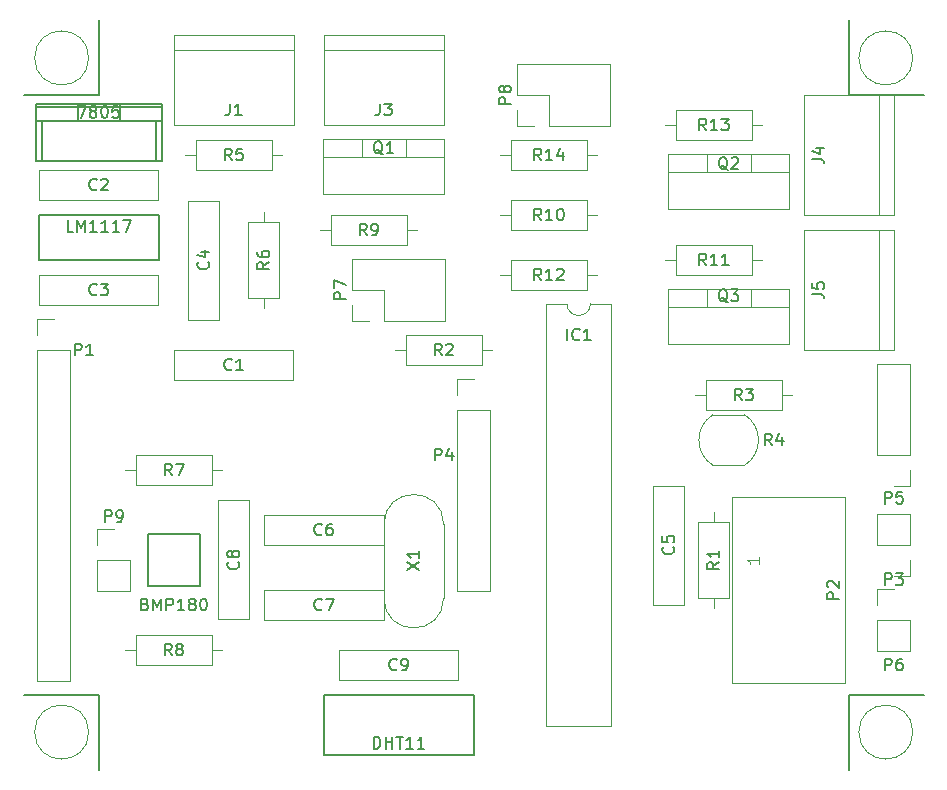
<source format=gbr>
G04 #@! TF.FileFunction,Legend,Top*
%FSLAX46Y46*%
G04 Gerber Fmt 4.6, Leading zero omitted, Abs format (unit mm)*
G04 Created by KiCad (PCBNEW 4.0.5) date 03/10/17 11:38:03*
%MOMM*%
%LPD*%
G01*
G04 APERTURE LIST*
%ADD10C,0.100000*%
%ADD11C,0.200000*%
%ADD12C,0.120000*%
%ADD13C,0.150000*%
G04 APERTURE END LIST*
D10*
D11*
X144780000Y-144780000D02*
X138430000Y-144780000D01*
X144780000Y-151130000D02*
X144780000Y-144780000D01*
X208280000Y-144780000D02*
X214630000Y-144780000D01*
X208280000Y-151130000D02*
X208280000Y-144780000D01*
X208280000Y-93980000D02*
X208280000Y-87630000D01*
X214630000Y-93980000D02*
X208280000Y-93980000D01*
X144780000Y-93980000D02*
X144780000Y-87630000D01*
X138430000Y-93980000D02*
X144780000Y-93980000D01*
D12*
X151110000Y-115530000D02*
X161230000Y-115530000D01*
X151110000Y-118150000D02*
X161230000Y-118150000D01*
X151110000Y-115530000D02*
X151110000Y-118150000D01*
X161230000Y-115530000D02*
X161230000Y-118150000D01*
X139680000Y-100290000D02*
X149800000Y-100290000D01*
X139680000Y-102910000D02*
X149800000Y-102910000D01*
X139680000Y-100290000D02*
X139680000Y-102910000D01*
X149800000Y-100290000D02*
X149800000Y-102910000D01*
X139680000Y-109180000D02*
X149800000Y-109180000D01*
X139680000Y-111800000D02*
X149800000Y-111800000D01*
X139680000Y-109180000D02*
X139680000Y-111800000D01*
X149800000Y-109180000D02*
X149800000Y-111800000D01*
X152360000Y-113050000D02*
X152360000Y-102930000D01*
X154980000Y-113050000D02*
X154980000Y-102930000D01*
X152360000Y-113050000D02*
X154980000Y-113050000D01*
X152360000Y-102930000D02*
X154980000Y-102930000D01*
X191730000Y-137180000D02*
X191730000Y-127060000D01*
X194350000Y-137180000D02*
X194350000Y-127060000D01*
X191730000Y-137180000D02*
X194350000Y-137180000D01*
X191730000Y-127060000D02*
X194350000Y-127060000D01*
X168930000Y-132120000D02*
X158810000Y-132120000D01*
X168930000Y-129500000D02*
X158810000Y-129500000D01*
X168930000Y-132120000D02*
X168930000Y-129500000D01*
X158810000Y-132120000D02*
X158810000Y-129500000D01*
X168930000Y-138470000D02*
X158810000Y-138470000D01*
X168930000Y-135850000D02*
X158810000Y-135850000D01*
X168930000Y-138470000D02*
X168930000Y-135850000D01*
X158810000Y-138470000D02*
X158810000Y-135850000D01*
X157520000Y-128250000D02*
X157520000Y-138370000D01*
X154900000Y-128250000D02*
X154900000Y-138370000D01*
X157520000Y-128250000D02*
X154900000Y-128250000D01*
X157520000Y-138370000D02*
X154900000Y-138370000D01*
X165080000Y-140930000D02*
X175200000Y-140930000D01*
X165080000Y-143550000D02*
X175200000Y-143550000D01*
X165080000Y-140930000D02*
X165080000Y-143550000D01*
X175200000Y-140930000D02*
X175200000Y-143550000D01*
X186420000Y-111640000D02*
G75*
G02X184420000Y-111640000I-1000000J0D01*
G01*
X184420000Y-111640000D02*
X182650000Y-111640000D01*
X182650000Y-111640000D02*
X182650000Y-147440000D01*
X182650000Y-147440000D02*
X188190000Y-147440000D01*
X188190000Y-147440000D02*
X188190000Y-111640000D01*
X188190000Y-111640000D02*
X186420000Y-111640000D01*
X151130000Y-90170000D02*
X161290000Y-90170000D01*
X151130000Y-88900000D02*
X151130000Y-96520000D01*
X151130000Y-96520000D02*
X161290000Y-96520000D01*
X161290000Y-96520000D02*
X161290000Y-88900000D01*
X161290000Y-88900000D02*
X151130000Y-88900000D01*
X163830000Y-90170000D02*
X173990000Y-90170000D01*
X163830000Y-88900000D02*
X163830000Y-96520000D01*
X163830000Y-96520000D02*
X173990000Y-96520000D01*
X173990000Y-96520000D02*
X173990000Y-88900000D01*
X173990000Y-88900000D02*
X163830000Y-88900000D01*
X210820000Y-93980000D02*
X210820000Y-104140000D01*
X212090000Y-93980000D02*
X204470000Y-93980000D01*
X204470000Y-93980000D02*
X204470000Y-104140000D01*
X204470000Y-104140000D02*
X212090000Y-104140000D01*
X212090000Y-104140000D02*
X212090000Y-93980000D01*
X210820000Y-105410000D02*
X210820000Y-115570000D01*
X212090000Y-105410000D02*
X204470000Y-105410000D01*
X204470000Y-105410000D02*
X204470000Y-115570000D01*
X204470000Y-115570000D02*
X212090000Y-115570000D01*
X212090000Y-115570000D02*
X212090000Y-105410000D01*
X139580000Y-115570000D02*
X139580000Y-143630000D01*
X139580000Y-143630000D02*
X142360000Y-143630000D01*
X142360000Y-143630000D02*
X142360000Y-115570000D01*
X142360000Y-115570000D02*
X139580000Y-115570000D01*
X139580000Y-114300000D02*
X139580000Y-112910000D01*
X139580000Y-112910000D02*
X140970000Y-112910000D01*
X208000000Y-128020000D02*
X208000000Y-143760000D01*
X208000000Y-143760000D02*
X198400000Y-143760000D01*
X198400000Y-143760000D02*
X198400000Y-128020000D01*
X198400000Y-128020000D02*
X208000000Y-128020000D01*
X210700000Y-138430000D02*
X210700000Y-141090000D01*
X210700000Y-141090000D02*
X213480000Y-141090000D01*
X213480000Y-141090000D02*
X213480000Y-138430000D01*
X213480000Y-138430000D02*
X210700000Y-138430000D01*
X210700000Y-137160000D02*
X210700000Y-135770000D01*
X210700000Y-135770000D02*
X212090000Y-135770000D01*
X175140000Y-120650000D02*
X175140000Y-136010000D01*
X175140000Y-136010000D02*
X177920000Y-136010000D01*
X177920000Y-136010000D02*
X177920000Y-120650000D01*
X177920000Y-120650000D02*
X175140000Y-120650000D01*
X175140000Y-119380000D02*
X175140000Y-117990000D01*
X175140000Y-117990000D02*
X176530000Y-117990000D01*
X213480000Y-124460000D02*
X213480000Y-116720000D01*
X213480000Y-116720000D02*
X210700000Y-116720000D01*
X210700000Y-116720000D02*
X210700000Y-124460000D01*
X210700000Y-124460000D02*
X213480000Y-124460000D01*
X213480000Y-125730000D02*
X213480000Y-127120000D01*
X213480000Y-127120000D02*
X212090000Y-127120000D01*
X213480000Y-132080000D02*
X213480000Y-129420000D01*
X213480000Y-129420000D02*
X210700000Y-129420000D01*
X210700000Y-129420000D02*
X210700000Y-132080000D01*
X210700000Y-132080000D02*
X213480000Y-132080000D01*
X213480000Y-133350000D02*
X213480000Y-134740000D01*
X213480000Y-134740000D02*
X212090000Y-134740000D01*
X168910000Y-113150000D02*
X174110000Y-113150000D01*
X174110000Y-113150000D02*
X174110000Y-107830000D01*
X174110000Y-107830000D02*
X166250000Y-107830000D01*
X166250000Y-107830000D02*
X166250000Y-110490000D01*
X166250000Y-110490000D02*
X168910000Y-110490000D01*
X168910000Y-110490000D02*
X168910000Y-113150000D01*
X167640000Y-113150000D02*
X166250000Y-113150000D01*
X166250000Y-113150000D02*
X166250000Y-111760000D01*
X182880000Y-96640000D02*
X188080000Y-96640000D01*
X188080000Y-96640000D02*
X188080000Y-91320000D01*
X188080000Y-91320000D02*
X180220000Y-91320000D01*
X180220000Y-91320000D02*
X180220000Y-93980000D01*
X180220000Y-93980000D02*
X182880000Y-93980000D01*
X182880000Y-93980000D02*
X182880000Y-96640000D01*
X181610000Y-96640000D02*
X180220000Y-96640000D01*
X180220000Y-96640000D02*
X180220000Y-95250000D01*
X144660000Y-133350000D02*
X144660000Y-136010000D01*
X144660000Y-136010000D02*
X147440000Y-136010000D01*
X147440000Y-136010000D02*
X147440000Y-133350000D01*
X147440000Y-133350000D02*
X144660000Y-133350000D01*
X144660000Y-132080000D02*
X144660000Y-130690000D01*
X144660000Y-130690000D02*
X146050000Y-130690000D01*
X163790000Y-97710000D02*
X174030000Y-97710000D01*
X163790000Y-102351000D02*
X174030000Y-102351000D01*
X163790000Y-97710000D02*
X163790000Y-102351000D01*
X174030000Y-97710000D02*
X174030000Y-102351000D01*
X163790000Y-99220000D02*
X174030000Y-99220000D01*
X167060000Y-97710000D02*
X167060000Y-99220000D01*
X170761000Y-97710000D02*
X170761000Y-99220000D01*
X193000000Y-98980000D02*
X203240000Y-98980000D01*
X193000000Y-103621000D02*
X203240000Y-103621000D01*
X193000000Y-98980000D02*
X193000000Y-103621000D01*
X203240000Y-98980000D02*
X203240000Y-103621000D01*
X193000000Y-100490000D02*
X203240000Y-100490000D01*
X196270000Y-98980000D02*
X196270000Y-100490000D01*
X199971000Y-98980000D02*
X199971000Y-100490000D01*
X193000000Y-110410000D02*
X203240000Y-110410000D01*
X193000000Y-115051000D02*
X203240000Y-115051000D01*
X193000000Y-110410000D02*
X193000000Y-115051000D01*
X203240000Y-110410000D02*
X203240000Y-115051000D01*
X193000000Y-111920000D02*
X203240000Y-111920000D01*
X196270000Y-110410000D02*
X196270000Y-111920000D01*
X199971000Y-110410000D02*
X199971000Y-111920000D01*
X195540000Y-136560000D02*
X198160000Y-136560000D01*
X198160000Y-136560000D02*
X198160000Y-130140000D01*
X198160000Y-130140000D02*
X195540000Y-130140000D01*
X195540000Y-130140000D02*
X195540000Y-136560000D01*
X196850000Y-137450000D02*
X196850000Y-136560000D01*
X196850000Y-129250000D02*
X196850000Y-130140000D01*
X170780000Y-114260000D02*
X170780000Y-116880000D01*
X170780000Y-116880000D02*
X177200000Y-116880000D01*
X177200000Y-116880000D02*
X177200000Y-114260000D01*
X177200000Y-114260000D02*
X170780000Y-114260000D01*
X169890000Y-115570000D02*
X170780000Y-115570000D01*
X178090000Y-115570000D02*
X177200000Y-115570000D01*
X196180000Y-118070000D02*
X196180000Y-120690000D01*
X196180000Y-120690000D02*
X202600000Y-120690000D01*
X202600000Y-120690000D02*
X202600000Y-118070000D01*
X202600000Y-118070000D02*
X196180000Y-118070000D01*
X195290000Y-119380000D02*
X196180000Y-119380000D01*
X203490000Y-119380000D02*
X202600000Y-119380000D01*
X196800000Y-125340000D02*
X199450000Y-125340000D01*
X196800000Y-121040000D02*
X199450000Y-121040000D01*
X196774524Y-121055612D02*
G75*
G03X196800000Y-125340000I1325476J-2134388D01*
G01*
X199478027Y-125322144D02*
G75*
G03X199450000Y-121040000I-1378027J2132144D01*
G01*
X153000000Y-97750000D02*
X153000000Y-100370000D01*
X153000000Y-100370000D02*
X159420000Y-100370000D01*
X159420000Y-100370000D02*
X159420000Y-97750000D01*
X159420000Y-97750000D02*
X153000000Y-97750000D01*
X152110000Y-99060000D02*
X153000000Y-99060000D01*
X160310000Y-99060000D02*
X159420000Y-99060000D01*
X160060000Y-104740000D02*
X157440000Y-104740000D01*
X157440000Y-104740000D02*
X157440000Y-111160000D01*
X157440000Y-111160000D02*
X160060000Y-111160000D01*
X160060000Y-111160000D02*
X160060000Y-104740000D01*
X158750000Y-103850000D02*
X158750000Y-104740000D01*
X158750000Y-112050000D02*
X158750000Y-111160000D01*
X147920000Y-124420000D02*
X147920000Y-127040000D01*
X147920000Y-127040000D02*
X154340000Y-127040000D01*
X154340000Y-127040000D02*
X154340000Y-124420000D01*
X154340000Y-124420000D02*
X147920000Y-124420000D01*
X147030000Y-125730000D02*
X147920000Y-125730000D01*
X155230000Y-125730000D02*
X154340000Y-125730000D01*
X147920000Y-139660000D02*
X147920000Y-142280000D01*
X147920000Y-142280000D02*
X154340000Y-142280000D01*
X154340000Y-142280000D02*
X154340000Y-139660000D01*
X154340000Y-139660000D02*
X147920000Y-139660000D01*
X147030000Y-140970000D02*
X147920000Y-140970000D01*
X155230000Y-140970000D02*
X154340000Y-140970000D01*
X164430000Y-104100000D02*
X164430000Y-106720000D01*
X164430000Y-106720000D02*
X170850000Y-106720000D01*
X170850000Y-106720000D02*
X170850000Y-104100000D01*
X170850000Y-104100000D02*
X164430000Y-104100000D01*
X163540000Y-105410000D02*
X164430000Y-105410000D01*
X171740000Y-105410000D02*
X170850000Y-105410000D01*
X179670000Y-102830000D02*
X179670000Y-105450000D01*
X179670000Y-105450000D02*
X186090000Y-105450000D01*
X186090000Y-105450000D02*
X186090000Y-102830000D01*
X186090000Y-102830000D02*
X179670000Y-102830000D01*
X178780000Y-104140000D02*
X179670000Y-104140000D01*
X186980000Y-104140000D02*
X186090000Y-104140000D01*
X193640000Y-106640000D02*
X193640000Y-109260000D01*
X193640000Y-109260000D02*
X200060000Y-109260000D01*
X200060000Y-109260000D02*
X200060000Y-106640000D01*
X200060000Y-106640000D02*
X193640000Y-106640000D01*
X192750000Y-107950000D02*
X193640000Y-107950000D01*
X200950000Y-107950000D02*
X200060000Y-107950000D01*
X186090000Y-110530000D02*
X186090000Y-107910000D01*
X186090000Y-107910000D02*
X179670000Y-107910000D01*
X179670000Y-107910000D02*
X179670000Y-110530000D01*
X179670000Y-110530000D02*
X186090000Y-110530000D01*
X186980000Y-109220000D02*
X186090000Y-109220000D01*
X178780000Y-109220000D02*
X179670000Y-109220000D01*
X193640000Y-95210000D02*
X193640000Y-97830000D01*
X193640000Y-97830000D02*
X200060000Y-97830000D01*
X200060000Y-97830000D02*
X200060000Y-95210000D01*
X200060000Y-95210000D02*
X193640000Y-95210000D01*
X192750000Y-96520000D02*
X193640000Y-96520000D01*
X200950000Y-96520000D02*
X200060000Y-96520000D01*
X186090000Y-100370000D02*
X186090000Y-97750000D01*
X186090000Y-97750000D02*
X179670000Y-97750000D01*
X179670000Y-97750000D02*
X179670000Y-100370000D01*
X179670000Y-100370000D02*
X186090000Y-100370000D01*
X186980000Y-99060000D02*
X186090000Y-99060000D01*
X178780000Y-99060000D02*
X179670000Y-99060000D01*
D13*
X149860000Y-106680000D02*
X149860000Y-104140000D01*
X149860000Y-104140000D02*
X139700000Y-104140000D01*
X139700000Y-104140000D02*
X139700000Y-106680000D01*
X139700000Y-106680000D02*
X139700000Y-107950000D01*
X139700000Y-107950000D02*
X149860000Y-107950000D01*
X149860000Y-107950000D02*
X149860000Y-106680000D01*
X149606000Y-96139000D02*
X149606000Y-99568000D01*
X139954000Y-96139000D02*
X139954000Y-99568000D01*
X150114000Y-94996000D02*
X139446000Y-94996000D01*
X146558000Y-96012000D02*
X146558000Y-94742000D01*
X143002000Y-96012000D02*
X143002000Y-94742000D01*
X139446000Y-96139000D02*
X150114000Y-96139000D01*
X150114000Y-99568000D02*
X139446000Y-99568000D01*
X139446000Y-94742000D02*
X139446000Y-99568000D01*
X150114000Y-94742000D02*
X150114000Y-99568000D01*
X150114000Y-94742000D02*
X139446000Y-94742000D01*
X163830000Y-144780000D02*
X176530000Y-144780000D01*
X176530000Y-144780000D02*
X176530000Y-149860000D01*
X176530000Y-149860000D02*
X163830000Y-149860000D01*
X163830000Y-149860000D02*
X163830000Y-144780000D01*
D12*
X173975000Y-136575000D02*
G75*
G02X168925000Y-136575000I-2525000J0D01*
G01*
X173975000Y-130325000D02*
G75*
G03X168925000Y-130325000I-2525000J0D01*
G01*
X168925000Y-136575000D02*
X168925000Y-130325000D01*
X173975000Y-136575000D02*
X173975000Y-130325000D01*
D13*
X148930000Y-131150000D02*
X153330000Y-131150000D01*
X153330000Y-131150000D02*
X153330000Y-135550000D01*
X153330000Y-135550000D02*
X148930000Y-135550000D01*
X148930000Y-135550000D02*
X148930000Y-131150000D01*
D12*
X143926000Y-90840000D02*
G75*
G03X143926000Y-90840000I-2286000J0D01*
G01*
X213706000Y-90840000D02*
G75*
G03X213706000Y-90840000I-2286000J0D01*
G01*
X143926000Y-147920000D02*
G75*
G03X143926000Y-147920000I-2286000J0D01*
G01*
X213706000Y-147920000D02*
G75*
G03X213706000Y-147920000I-2286000J0D01*
G01*
D13*
X156043334Y-117197143D02*
X155995715Y-117244762D01*
X155852858Y-117292381D01*
X155757620Y-117292381D01*
X155614762Y-117244762D01*
X155519524Y-117149524D01*
X155471905Y-117054286D01*
X155424286Y-116863810D01*
X155424286Y-116720952D01*
X155471905Y-116530476D01*
X155519524Y-116435238D01*
X155614762Y-116340000D01*
X155757620Y-116292381D01*
X155852858Y-116292381D01*
X155995715Y-116340000D01*
X156043334Y-116387619D01*
X156995715Y-117292381D02*
X156424286Y-117292381D01*
X156710000Y-117292381D02*
X156710000Y-116292381D01*
X156614762Y-116435238D01*
X156519524Y-116530476D01*
X156424286Y-116578095D01*
X144613334Y-101957143D02*
X144565715Y-102004762D01*
X144422858Y-102052381D01*
X144327620Y-102052381D01*
X144184762Y-102004762D01*
X144089524Y-101909524D01*
X144041905Y-101814286D01*
X143994286Y-101623810D01*
X143994286Y-101480952D01*
X144041905Y-101290476D01*
X144089524Y-101195238D01*
X144184762Y-101100000D01*
X144327620Y-101052381D01*
X144422858Y-101052381D01*
X144565715Y-101100000D01*
X144613334Y-101147619D01*
X144994286Y-101147619D02*
X145041905Y-101100000D01*
X145137143Y-101052381D01*
X145375239Y-101052381D01*
X145470477Y-101100000D01*
X145518096Y-101147619D01*
X145565715Y-101242857D01*
X145565715Y-101338095D01*
X145518096Y-101480952D01*
X144946667Y-102052381D01*
X145565715Y-102052381D01*
X144613334Y-110847143D02*
X144565715Y-110894762D01*
X144422858Y-110942381D01*
X144327620Y-110942381D01*
X144184762Y-110894762D01*
X144089524Y-110799524D01*
X144041905Y-110704286D01*
X143994286Y-110513810D01*
X143994286Y-110370952D01*
X144041905Y-110180476D01*
X144089524Y-110085238D01*
X144184762Y-109990000D01*
X144327620Y-109942381D01*
X144422858Y-109942381D01*
X144565715Y-109990000D01*
X144613334Y-110037619D01*
X144946667Y-109942381D02*
X145565715Y-109942381D01*
X145232381Y-110323333D01*
X145375239Y-110323333D01*
X145470477Y-110370952D01*
X145518096Y-110418571D01*
X145565715Y-110513810D01*
X145565715Y-110751905D01*
X145518096Y-110847143D01*
X145470477Y-110894762D01*
X145375239Y-110942381D01*
X145089524Y-110942381D01*
X144994286Y-110894762D01*
X144946667Y-110847143D01*
X154027143Y-108116666D02*
X154074762Y-108164285D01*
X154122381Y-108307142D01*
X154122381Y-108402380D01*
X154074762Y-108545238D01*
X153979524Y-108640476D01*
X153884286Y-108688095D01*
X153693810Y-108735714D01*
X153550952Y-108735714D01*
X153360476Y-108688095D01*
X153265238Y-108640476D01*
X153170000Y-108545238D01*
X153122381Y-108402380D01*
X153122381Y-108307142D01*
X153170000Y-108164285D01*
X153217619Y-108116666D01*
X153455714Y-107259523D02*
X154122381Y-107259523D01*
X153074762Y-107497619D02*
X153789048Y-107735714D01*
X153789048Y-107116666D01*
X193397143Y-132246666D02*
X193444762Y-132294285D01*
X193492381Y-132437142D01*
X193492381Y-132532380D01*
X193444762Y-132675238D01*
X193349524Y-132770476D01*
X193254286Y-132818095D01*
X193063810Y-132865714D01*
X192920952Y-132865714D01*
X192730476Y-132818095D01*
X192635238Y-132770476D01*
X192540000Y-132675238D01*
X192492381Y-132532380D01*
X192492381Y-132437142D01*
X192540000Y-132294285D01*
X192587619Y-132246666D01*
X192492381Y-131341904D02*
X192492381Y-131818095D01*
X192968571Y-131865714D01*
X192920952Y-131818095D01*
X192873333Y-131722857D01*
X192873333Y-131484761D01*
X192920952Y-131389523D01*
X192968571Y-131341904D01*
X193063810Y-131294285D01*
X193301905Y-131294285D01*
X193397143Y-131341904D01*
X193444762Y-131389523D01*
X193492381Y-131484761D01*
X193492381Y-131722857D01*
X193444762Y-131818095D01*
X193397143Y-131865714D01*
X163663334Y-131167143D02*
X163615715Y-131214762D01*
X163472858Y-131262381D01*
X163377620Y-131262381D01*
X163234762Y-131214762D01*
X163139524Y-131119524D01*
X163091905Y-131024286D01*
X163044286Y-130833810D01*
X163044286Y-130690952D01*
X163091905Y-130500476D01*
X163139524Y-130405238D01*
X163234762Y-130310000D01*
X163377620Y-130262381D01*
X163472858Y-130262381D01*
X163615715Y-130310000D01*
X163663334Y-130357619D01*
X164520477Y-130262381D02*
X164330000Y-130262381D01*
X164234762Y-130310000D01*
X164187143Y-130357619D01*
X164091905Y-130500476D01*
X164044286Y-130690952D01*
X164044286Y-131071905D01*
X164091905Y-131167143D01*
X164139524Y-131214762D01*
X164234762Y-131262381D01*
X164425239Y-131262381D01*
X164520477Y-131214762D01*
X164568096Y-131167143D01*
X164615715Y-131071905D01*
X164615715Y-130833810D01*
X164568096Y-130738571D01*
X164520477Y-130690952D01*
X164425239Y-130643333D01*
X164234762Y-130643333D01*
X164139524Y-130690952D01*
X164091905Y-130738571D01*
X164044286Y-130833810D01*
X163663334Y-137517143D02*
X163615715Y-137564762D01*
X163472858Y-137612381D01*
X163377620Y-137612381D01*
X163234762Y-137564762D01*
X163139524Y-137469524D01*
X163091905Y-137374286D01*
X163044286Y-137183810D01*
X163044286Y-137040952D01*
X163091905Y-136850476D01*
X163139524Y-136755238D01*
X163234762Y-136660000D01*
X163377620Y-136612381D01*
X163472858Y-136612381D01*
X163615715Y-136660000D01*
X163663334Y-136707619D01*
X163996667Y-136612381D02*
X164663334Y-136612381D01*
X164234762Y-137612381D01*
X156567143Y-133516666D02*
X156614762Y-133564285D01*
X156662381Y-133707142D01*
X156662381Y-133802380D01*
X156614762Y-133945238D01*
X156519524Y-134040476D01*
X156424286Y-134088095D01*
X156233810Y-134135714D01*
X156090952Y-134135714D01*
X155900476Y-134088095D01*
X155805238Y-134040476D01*
X155710000Y-133945238D01*
X155662381Y-133802380D01*
X155662381Y-133707142D01*
X155710000Y-133564285D01*
X155757619Y-133516666D01*
X156090952Y-132945238D02*
X156043333Y-133040476D01*
X155995714Y-133088095D01*
X155900476Y-133135714D01*
X155852857Y-133135714D01*
X155757619Y-133088095D01*
X155710000Y-133040476D01*
X155662381Y-132945238D01*
X155662381Y-132754761D01*
X155710000Y-132659523D01*
X155757619Y-132611904D01*
X155852857Y-132564285D01*
X155900476Y-132564285D01*
X155995714Y-132611904D01*
X156043333Y-132659523D01*
X156090952Y-132754761D01*
X156090952Y-132945238D01*
X156138571Y-133040476D01*
X156186190Y-133088095D01*
X156281429Y-133135714D01*
X156471905Y-133135714D01*
X156567143Y-133088095D01*
X156614762Y-133040476D01*
X156662381Y-132945238D01*
X156662381Y-132754761D01*
X156614762Y-132659523D01*
X156567143Y-132611904D01*
X156471905Y-132564285D01*
X156281429Y-132564285D01*
X156186190Y-132611904D01*
X156138571Y-132659523D01*
X156090952Y-132754761D01*
X170013334Y-142597143D02*
X169965715Y-142644762D01*
X169822858Y-142692381D01*
X169727620Y-142692381D01*
X169584762Y-142644762D01*
X169489524Y-142549524D01*
X169441905Y-142454286D01*
X169394286Y-142263810D01*
X169394286Y-142120952D01*
X169441905Y-141930476D01*
X169489524Y-141835238D01*
X169584762Y-141740000D01*
X169727620Y-141692381D01*
X169822858Y-141692381D01*
X169965715Y-141740000D01*
X170013334Y-141787619D01*
X170489524Y-142692381D02*
X170680000Y-142692381D01*
X170775239Y-142644762D01*
X170822858Y-142597143D01*
X170918096Y-142454286D01*
X170965715Y-142263810D01*
X170965715Y-141882857D01*
X170918096Y-141787619D01*
X170870477Y-141740000D01*
X170775239Y-141692381D01*
X170584762Y-141692381D01*
X170489524Y-141740000D01*
X170441905Y-141787619D01*
X170394286Y-141882857D01*
X170394286Y-142120952D01*
X170441905Y-142216190D01*
X170489524Y-142263810D01*
X170584762Y-142311429D01*
X170775239Y-142311429D01*
X170870477Y-142263810D01*
X170918096Y-142216190D01*
X170965715Y-142120952D01*
X184443810Y-114752381D02*
X184443810Y-113752381D01*
X185491429Y-114657143D02*
X185443810Y-114704762D01*
X185300953Y-114752381D01*
X185205715Y-114752381D01*
X185062857Y-114704762D01*
X184967619Y-114609524D01*
X184920000Y-114514286D01*
X184872381Y-114323810D01*
X184872381Y-114180952D01*
X184920000Y-113990476D01*
X184967619Y-113895238D01*
X185062857Y-113800000D01*
X185205715Y-113752381D01*
X185300953Y-113752381D01*
X185443810Y-113800000D01*
X185491429Y-113847619D01*
X186443810Y-114752381D02*
X185872381Y-114752381D01*
X186158095Y-114752381D02*
X186158095Y-113752381D01*
X186062857Y-113895238D01*
X185967619Y-113990476D01*
X185872381Y-114038095D01*
X155876667Y-94702381D02*
X155876667Y-95416667D01*
X155829047Y-95559524D01*
X155733809Y-95654762D01*
X155590952Y-95702381D01*
X155495714Y-95702381D01*
X156876667Y-95702381D02*
X156305238Y-95702381D01*
X156590952Y-95702381D02*
X156590952Y-94702381D01*
X156495714Y-94845238D01*
X156400476Y-94940476D01*
X156305238Y-94988095D01*
X168576667Y-94702381D02*
X168576667Y-95416667D01*
X168529047Y-95559524D01*
X168433809Y-95654762D01*
X168290952Y-95702381D01*
X168195714Y-95702381D01*
X168957619Y-94702381D02*
X169576667Y-94702381D01*
X169243333Y-95083333D01*
X169386191Y-95083333D01*
X169481429Y-95130952D01*
X169529048Y-95178571D01*
X169576667Y-95273810D01*
X169576667Y-95511905D01*
X169529048Y-95607143D01*
X169481429Y-95654762D01*
X169386191Y-95702381D01*
X169100476Y-95702381D01*
X169005238Y-95654762D01*
X168957619Y-95607143D01*
X205192381Y-99393333D02*
X205906667Y-99393333D01*
X206049524Y-99440953D01*
X206144762Y-99536191D01*
X206192381Y-99679048D01*
X206192381Y-99774286D01*
X205525714Y-98488571D02*
X206192381Y-98488571D01*
X205144762Y-98726667D02*
X205859048Y-98964762D01*
X205859048Y-98345714D01*
X205192381Y-110823333D02*
X205906667Y-110823333D01*
X206049524Y-110870953D01*
X206144762Y-110966191D01*
X206192381Y-111109048D01*
X206192381Y-111204286D01*
X205192381Y-109870952D02*
X205192381Y-110347143D01*
X205668571Y-110394762D01*
X205620952Y-110347143D01*
X205573333Y-110251905D01*
X205573333Y-110013809D01*
X205620952Y-109918571D01*
X205668571Y-109870952D01*
X205763810Y-109823333D01*
X206001905Y-109823333D01*
X206097143Y-109870952D01*
X206144762Y-109918571D01*
X206192381Y-110013809D01*
X206192381Y-110251905D01*
X206144762Y-110347143D01*
X206097143Y-110394762D01*
X142771905Y-116022381D02*
X142771905Y-115022381D01*
X143152858Y-115022381D01*
X143248096Y-115070000D01*
X143295715Y-115117619D01*
X143343334Y-115212857D01*
X143343334Y-115355714D01*
X143295715Y-115450952D01*
X143248096Y-115498571D01*
X143152858Y-115546190D01*
X142771905Y-115546190D01*
X144295715Y-116022381D02*
X143724286Y-116022381D01*
X144010000Y-116022381D02*
X144010000Y-115022381D01*
X143914762Y-115165238D01*
X143819524Y-115260476D01*
X143724286Y-115308095D01*
X207462381Y-136628095D02*
X206462381Y-136628095D01*
X206462381Y-136247142D01*
X206510000Y-136151904D01*
X206557619Y-136104285D01*
X206652857Y-136056666D01*
X206795714Y-136056666D01*
X206890952Y-136104285D01*
X206938571Y-136151904D01*
X206986190Y-136247142D01*
X206986190Y-136628095D01*
X206557619Y-135675714D02*
X206510000Y-135628095D01*
X206462381Y-135532857D01*
X206462381Y-135294761D01*
X206510000Y-135199523D01*
X206557619Y-135151904D01*
X206652857Y-135104285D01*
X206748095Y-135104285D01*
X206890952Y-135151904D01*
X207462381Y-135723333D01*
X207462381Y-135104285D01*
D12*
X200662381Y-133084285D02*
X200662381Y-133655714D01*
X200662381Y-133370000D02*
X199662381Y-133370000D01*
X199805238Y-133465238D01*
X199900476Y-133560476D01*
X199948095Y-133655714D01*
D13*
X211351905Y-135472381D02*
X211351905Y-134472381D01*
X211732858Y-134472381D01*
X211828096Y-134520000D01*
X211875715Y-134567619D01*
X211923334Y-134662857D01*
X211923334Y-134805714D01*
X211875715Y-134900952D01*
X211828096Y-134948571D01*
X211732858Y-134996190D01*
X211351905Y-134996190D01*
X212256667Y-134472381D02*
X212875715Y-134472381D01*
X212542381Y-134853333D01*
X212685239Y-134853333D01*
X212780477Y-134900952D01*
X212828096Y-134948571D01*
X212875715Y-135043810D01*
X212875715Y-135281905D01*
X212828096Y-135377143D01*
X212780477Y-135424762D01*
X212685239Y-135472381D01*
X212399524Y-135472381D01*
X212304286Y-135424762D01*
X212256667Y-135377143D01*
X173251905Y-124912381D02*
X173251905Y-123912381D01*
X173632858Y-123912381D01*
X173728096Y-123960000D01*
X173775715Y-124007619D01*
X173823334Y-124102857D01*
X173823334Y-124245714D01*
X173775715Y-124340952D01*
X173728096Y-124388571D01*
X173632858Y-124436190D01*
X173251905Y-124436190D01*
X174680477Y-124245714D02*
X174680477Y-124912381D01*
X174442381Y-123864762D02*
X174204286Y-124579048D01*
X174823334Y-124579048D01*
X211351905Y-128572381D02*
X211351905Y-127572381D01*
X211732858Y-127572381D01*
X211828096Y-127620000D01*
X211875715Y-127667619D01*
X211923334Y-127762857D01*
X211923334Y-127905714D01*
X211875715Y-128000952D01*
X211828096Y-128048571D01*
X211732858Y-128096190D01*
X211351905Y-128096190D01*
X212828096Y-127572381D02*
X212351905Y-127572381D01*
X212304286Y-128048571D01*
X212351905Y-128000952D01*
X212447143Y-127953333D01*
X212685239Y-127953333D01*
X212780477Y-128000952D01*
X212828096Y-128048571D01*
X212875715Y-128143810D01*
X212875715Y-128381905D01*
X212828096Y-128477143D01*
X212780477Y-128524762D01*
X212685239Y-128572381D01*
X212447143Y-128572381D01*
X212351905Y-128524762D01*
X212304286Y-128477143D01*
X211351905Y-142692381D02*
X211351905Y-141692381D01*
X211732858Y-141692381D01*
X211828096Y-141740000D01*
X211875715Y-141787619D01*
X211923334Y-141882857D01*
X211923334Y-142025714D01*
X211875715Y-142120952D01*
X211828096Y-142168571D01*
X211732858Y-142216190D01*
X211351905Y-142216190D01*
X212780477Y-141692381D02*
X212590000Y-141692381D01*
X212494762Y-141740000D01*
X212447143Y-141787619D01*
X212351905Y-141930476D01*
X212304286Y-142120952D01*
X212304286Y-142501905D01*
X212351905Y-142597143D01*
X212399524Y-142644762D01*
X212494762Y-142692381D01*
X212685239Y-142692381D01*
X212780477Y-142644762D01*
X212828096Y-142597143D01*
X212875715Y-142501905D01*
X212875715Y-142263810D01*
X212828096Y-142168571D01*
X212780477Y-142120952D01*
X212685239Y-142073333D01*
X212494762Y-142073333D01*
X212399524Y-142120952D01*
X212351905Y-142168571D01*
X212304286Y-142263810D01*
X165702381Y-111228095D02*
X164702381Y-111228095D01*
X164702381Y-110847142D01*
X164750000Y-110751904D01*
X164797619Y-110704285D01*
X164892857Y-110656666D01*
X165035714Y-110656666D01*
X165130952Y-110704285D01*
X165178571Y-110751904D01*
X165226190Y-110847142D01*
X165226190Y-111228095D01*
X164702381Y-110323333D02*
X164702381Y-109656666D01*
X165702381Y-110085238D01*
X179672381Y-94718095D02*
X178672381Y-94718095D01*
X178672381Y-94337142D01*
X178720000Y-94241904D01*
X178767619Y-94194285D01*
X178862857Y-94146666D01*
X179005714Y-94146666D01*
X179100952Y-94194285D01*
X179148571Y-94241904D01*
X179196190Y-94337142D01*
X179196190Y-94718095D01*
X179100952Y-93575238D02*
X179053333Y-93670476D01*
X179005714Y-93718095D01*
X178910476Y-93765714D01*
X178862857Y-93765714D01*
X178767619Y-93718095D01*
X178720000Y-93670476D01*
X178672381Y-93575238D01*
X178672381Y-93384761D01*
X178720000Y-93289523D01*
X178767619Y-93241904D01*
X178862857Y-93194285D01*
X178910476Y-93194285D01*
X179005714Y-93241904D01*
X179053333Y-93289523D01*
X179100952Y-93384761D01*
X179100952Y-93575238D01*
X179148571Y-93670476D01*
X179196190Y-93718095D01*
X179291429Y-93765714D01*
X179481905Y-93765714D01*
X179577143Y-93718095D01*
X179624762Y-93670476D01*
X179672381Y-93575238D01*
X179672381Y-93384761D01*
X179624762Y-93289523D01*
X179577143Y-93241904D01*
X179481905Y-93194285D01*
X179291429Y-93194285D01*
X179196190Y-93241904D01*
X179148571Y-93289523D01*
X179100952Y-93384761D01*
X145311905Y-130142381D02*
X145311905Y-129142381D01*
X145692858Y-129142381D01*
X145788096Y-129190000D01*
X145835715Y-129237619D01*
X145883334Y-129332857D01*
X145883334Y-129475714D01*
X145835715Y-129570952D01*
X145788096Y-129618571D01*
X145692858Y-129666190D01*
X145311905Y-129666190D01*
X146359524Y-130142381D02*
X146550000Y-130142381D01*
X146645239Y-130094762D01*
X146692858Y-130047143D01*
X146788096Y-129904286D01*
X146835715Y-129713810D01*
X146835715Y-129332857D01*
X146788096Y-129237619D01*
X146740477Y-129190000D01*
X146645239Y-129142381D01*
X146454762Y-129142381D01*
X146359524Y-129190000D01*
X146311905Y-129237619D01*
X146264286Y-129332857D01*
X146264286Y-129570952D01*
X146311905Y-129666190D01*
X146359524Y-129713810D01*
X146454762Y-129761429D01*
X146645239Y-129761429D01*
X146740477Y-129713810D01*
X146788096Y-129666190D01*
X146835715Y-129570952D01*
X168814762Y-99007619D02*
X168719524Y-98960000D01*
X168624286Y-98864762D01*
X168481429Y-98721905D01*
X168386190Y-98674286D01*
X168290952Y-98674286D01*
X168338571Y-98912381D02*
X168243333Y-98864762D01*
X168148095Y-98769524D01*
X168100476Y-98579048D01*
X168100476Y-98245714D01*
X168148095Y-98055238D01*
X168243333Y-97960000D01*
X168338571Y-97912381D01*
X168529048Y-97912381D01*
X168624286Y-97960000D01*
X168719524Y-98055238D01*
X168767143Y-98245714D01*
X168767143Y-98579048D01*
X168719524Y-98769524D01*
X168624286Y-98864762D01*
X168529048Y-98912381D01*
X168338571Y-98912381D01*
X169719524Y-98912381D02*
X169148095Y-98912381D01*
X169433809Y-98912381D02*
X169433809Y-97912381D01*
X169338571Y-98055238D01*
X169243333Y-98150476D01*
X169148095Y-98198095D01*
X198024762Y-100327619D02*
X197929524Y-100280000D01*
X197834286Y-100184762D01*
X197691429Y-100041905D01*
X197596190Y-99994286D01*
X197500952Y-99994286D01*
X197548571Y-100232381D02*
X197453333Y-100184762D01*
X197358095Y-100089524D01*
X197310476Y-99899048D01*
X197310476Y-99565714D01*
X197358095Y-99375238D01*
X197453333Y-99280000D01*
X197548571Y-99232381D01*
X197739048Y-99232381D01*
X197834286Y-99280000D01*
X197929524Y-99375238D01*
X197977143Y-99565714D01*
X197977143Y-99899048D01*
X197929524Y-100089524D01*
X197834286Y-100184762D01*
X197739048Y-100232381D01*
X197548571Y-100232381D01*
X198358095Y-99327619D02*
X198405714Y-99280000D01*
X198500952Y-99232381D01*
X198739048Y-99232381D01*
X198834286Y-99280000D01*
X198881905Y-99327619D01*
X198929524Y-99422857D01*
X198929524Y-99518095D01*
X198881905Y-99660952D01*
X198310476Y-100232381D01*
X198929524Y-100232381D01*
X198024762Y-111537619D02*
X197929524Y-111490000D01*
X197834286Y-111394762D01*
X197691429Y-111251905D01*
X197596190Y-111204286D01*
X197500952Y-111204286D01*
X197548571Y-111442381D02*
X197453333Y-111394762D01*
X197358095Y-111299524D01*
X197310476Y-111109048D01*
X197310476Y-110775714D01*
X197358095Y-110585238D01*
X197453333Y-110490000D01*
X197548571Y-110442381D01*
X197739048Y-110442381D01*
X197834286Y-110490000D01*
X197929524Y-110585238D01*
X197977143Y-110775714D01*
X197977143Y-111109048D01*
X197929524Y-111299524D01*
X197834286Y-111394762D01*
X197739048Y-111442381D01*
X197548571Y-111442381D01*
X198310476Y-110442381D02*
X198929524Y-110442381D01*
X198596190Y-110823333D01*
X198739048Y-110823333D01*
X198834286Y-110870952D01*
X198881905Y-110918571D01*
X198929524Y-111013810D01*
X198929524Y-111251905D01*
X198881905Y-111347143D01*
X198834286Y-111394762D01*
X198739048Y-111442381D01*
X198453333Y-111442381D01*
X198358095Y-111394762D01*
X198310476Y-111347143D01*
X197302381Y-133516666D02*
X196826190Y-133850000D01*
X197302381Y-134088095D02*
X196302381Y-134088095D01*
X196302381Y-133707142D01*
X196350000Y-133611904D01*
X196397619Y-133564285D01*
X196492857Y-133516666D01*
X196635714Y-133516666D01*
X196730952Y-133564285D01*
X196778571Y-133611904D01*
X196826190Y-133707142D01*
X196826190Y-134088095D01*
X197302381Y-132564285D02*
X197302381Y-133135714D01*
X197302381Y-132850000D02*
X196302381Y-132850000D01*
X196445238Y-132945238D01*
X196540476Y-133040476D01*
X196588095Y-133135714D01*
X173823334Y-116022381D02*
X173490000Y-115546190D01*
X173251905Y-116022381D02*
X173251905Y-115022381D01*
X173632858Y-115022381D01*
X173728096Y-115070000D01*
X173775715Y-115117619D01*
X173823334Y-115212857D01*
X173823334Y-115355714D01*
X173775715Y-115450952D01*
X173728096Y-115498571D01*
X173632858Y-115546190D01*
X173251905Y-115546190D01*
X174204286Y-115117619D02*
X174251905Y-115070000D01*
X174347143Y-115022381D01*
X174585239Y-115022381D01*
X174680477Y-115070000D01*
X174728096Y-115117619D01*
X174775715Y-115212857D01*
X174775715Y-115308095D01*
X174728096Y-115450952D01*
X174156667Y-116022381D01*
X174775715Y-116022381D01*
X199223334Y-119832381D02*
X198890000Y-119356190D01*
X198651905Y-119832381D02*
X198651905Y-118832381D01*
X199032858Y-118832381D01*
X199128096Y-118880000D01*
X199175715Y-118927619D01*
X199223334Y-119022857D01*
X199223334Y-119165714D01*
X199175715Y-119260952D01*
X199128096Y-119308571D01*
X199032858Y-119356190D01*
X198651905Y-119356190D01*
X199556667Y-118832381D02*
X200175715Y-118832381D01*
X199842381Y-119213333D01*
X199985239Y-119213333D01*
X200080477Y-119260952D01*
X200128096Y-119308571D01*
X200175715Y-119403810D01*
X200175715Y-119641905D01*
X200128096Y-119737143D01*
X200080477Y-119784762D01*
X199985239Y-119832381D01*
X199699524Y-119832381D01*
X199604286Y-119784762D01*
X199556667Y-119737143D01*
X201763334Y-123642381D02*
X201430000Y-123166190D01*
X201191905Y-123642381D02*
X201191905Y-122642381D01*
X201572858Y-122642381D01*
X201668096Y-122690000D01*
X201715715Y-122737619D01*
X201763334Y-122832857D01*
X201763334Y-122975714D01*
X201715715Y-123070952D01*
X201668096Y-123118571D01*
X201572858Y-123166190D01*
X201191905Y-123166190D01*
X202620477Y-122975714D02*
X202620477Y-123642381D01*
X202382381Y-122594762D02*
X202144286Y-123309048D01*
X202763334Y-123309048D01*
X156043334Y-99512381D02*
X155710000Y-99036190D01*
X155471905Y-99512381D02*
X155471905Y-98512381D01*
X155852858Y-98512381D01*
X155948096Y-98560000D01*
X155995715Y-98607619D01*
X156043334Y-98702857D01*
X156043334Y-98845714D01*
X155995715Y-98940952D01*
X155948096Y-98988571D01*
X155852858Y-99036190D01*
X155471905Y-99036190D01*
X156948096Y-98512381D02*
X156471905Y-98512381D01*
X156424286Y-98988571D01*
X156471905Y-98940952D01*
X156567143Y-98893333D01*
X156805239Y-98893333D01*
X156900477Y-98940952D01*
X156948096Y-98988571D01*
X156995715Y-99083810D01*
X156995715Y-99321905D01*
X156948096Y-99417143D01*
X156900477Y-99464762D01*
X156805239Y-99512381D01*
X156567143Y-99512381D01*
X156471905Y-99464762D01*
X156424286Y-99417143D01*
X159202381Y-108116666D02*
X158726190Y-108450000D01*
X159202381Y-108688095D02*
X158202381Y-108688095D01*
X158202381Y-108307142D01*
X158250000Y-108211904D01*
X158297619Y-108164285D01*
X158392857Y-108116666D01*
X158535714Y-108116666D01*
X158630952Y-108164285D01*
X158678571Y-108211904D01*
X158726190Y-108307142D01*
X158726190Y-108688095D01*
X158202381Y-107259523D02*
X158202381Y-107450000D01*
X158250000Y-107545238D01*
X158297619Y-107592857D01*
X158440476Y-107688095D01*
X158630952Y-107735714D01*
X159011905Y-107735714D01*
X159107143Y-107688095D01*
X159154762Y-107640476D01*
X159202381Y-107545238D01*
X159202381Y-107354761D01*
X159154762Y-107259523D01*
X159107143Y-107211904D01*
X159011905Y-107164285D01*
X158773810Y-107164285D01*
X158678571Y-107211904D01*
X158630952Y-107259523D01*
X158583333Y-107354761D01*
X158583333Y-107545238D01*
X158630952Y-107640476D01*
X158678571Y-107688095D01*
X158773810Y-107735714D01*
X150963334Y-126182381D02*
X150630000Y-125706190D01*
X150391905Y-126182381D02*
X150391905Y-125182381D01*
X150772858Y-125182381D01*
X150868096Y-125230000D01*
X150915715Y-125277619D01*
X150963334Y-125372857D01*
X150963334Y-125515714D01*
X150915715Y-125610952D01*
X150868096Y-125658571D01*
X150772858Y-125706190D01*
X150391905Y-125706190D01*
X151296667Y-125182381D02*
X151963334Y-125182381D01*
X151534762Y-126182381D01*
X150963334Y-141422381D02*
X150630000Y-140946190D01*
X150391905Y-141422381D02*
X150391905Y-140422381D01*
X150772858Y-140422381D01*
X150868096Y-140470000D01*
X150915715Y-140517619D01*
X150963334Y-140612857D01*
X150963334Y-140755714D01*
X150915715Y-140850952D01*
X150868096Y-140898571D01*
X150772858Y-140946190D01*
X150391905Y-140946190D01*
X151534762Y-140850952D02*
X151439524Y-140803333D01*
X151391905Y-140755714D01*
X151344286Y-140660476D01*
X151344286Y-140612857D01*
X151391905Y-140517619D01*
X151439524Y-140470000D01*
X151534762Y-140422381D01*
X151725239Y-140422381D01*
X151820477Y-140470000D01*
X151868096Y-140517619D01*
X151915715Y-140612857D01*
X151915715Y-140660476D01*
X151868096Y-140755714D01*
X151820477Y-140803333D01*
X151725239Y-140850952D01*
X151534762Y-140850952D01*
X151439524Y-140898571D01*
X151391905Y-140946190D01*
X151344286Y-141041429D01*
X151344286Y-141231905D01*
X151391905Y-141327143D01*
X151439524Y-141374762D01*
X151534762Y-141422381D01*
X151725239Y-141422381D01*
X151820477Y-141374762D01*
X151868096Y-141327143D01*
X151915715Y-141231905D01*
X151915715Y-141041429D01*
X151868096Y-140946190D01*
X151820477Y-140898571D01*
X151725239Y-140850952D01*
X167473334Y-105862381D02*
X167140000Y-105386190D01*
X166901905Y-105862381D02*
X166901905Y-104862381D01*
X167282858Y-104862381D01*
X167378096Y-104910000D01*
X167425715Y-104957619D01*
X167473334Y-105052857D01*
X167473334Y-105195714D01*
X167425715Y-105290952D01*
X167378096Y-105338571D01*
X167282858Y-105386190D01*
X166901905Y-105386190D01*
X167949524Y-105862381D02*
X168140000Y-105862381D01*
X168235239Y-105814762D01*
X168282858Y-105767143D01*
X168378096Y-105624286D01*
X168425715Y-105433810D01*
X168425715Y-105052857D01*
X168378096Y-104957619D01*
X168330477Y-104910000D01*
X168235239Y-104862381D01*
X168044762Y-104862381D01*
X167949524Y-104910000D01*
X167901905Y-104957619D01*
X167854286Y-105052857D01*
X167854286Y-105290952D01*
X167901905Y-105386190D01*
X167949524Y-105433810D01*
X168044762Y-105481429D01*
X168235239Y-105481429D01*
X168330477Y-105433810D01*
X168378096Y-105386190D01*
X168425715Y-105290952D01*
X182237143Y-104592381D02*
X181903809Y-104116190D01*
X181665714Y-104592381D02*
X181665714Y-103592381D01*
X182046667Y-103592381D01*
X182141905Y-103640000D01*
X182189524Y-103687619D01*
X182237143Y-103782857D01*
X182237143Y-103925714D01*
X182189524Y-104020952D01*
X182141905Y-104068571D01*
X182046667Y-104116190D01*
X181665714Y-104116190D01*
X183189524Y-104592381D02*
X182618095Y-104592381D01*
X182903809Y-104592381D02*
X182903809Y-103592381D01*
X182808571Y-103735238D01*
X182713333Y-103830476D01*
X182618095Y-103878095D01*
X183808571Y-103592381D02*
X183903810Y-103592381D01*
X183999048Y-103640000D01*
X184046667Y-103687619D01*
X184094286Y-103782857D01*
X184141905Y-103973333D01*
X184141905Y-104211429D01*
X184094286Y-104401905D01*
X184046667Y-104497143D01*
X183999048Y-104544762D01*
X183903810Y-104592381D01*
X183808571Y-104592381D01*
X183713333Y-104544762D01*
X183665714Y-104497143D01*
X183618095Y-104401905D01*
X183570476Y-104211429D01*
X183570476Y-103973333D01*
X183618095Y-103782857D01*
X183665714Y-103687619D01*
X183713333Y-103640000D01*
X183808571Y-103592381D01*
X196207143Y-108402381D02*
X195873809Y-107926190D01*
X195635714Y-108402381D02*
X195635714Y-107402381D01*
X196016667Y-107402381D01*
X196111905Y-107450000D01*
X196159524Y-107497619D01*
X196207143Y-107592857D01*
X196207143Y-107735714D01*
X196159524Y-107830952D01*
X196111905Y-107878571D01*
X196016667Y-107926190D01*
X195635714Y-107926190D01*
X197159524Y-108402381D02*
X196588095Y-108402381D01*
X196873809Y-108402381D02*
X196873809Y-107402381D01*
X196778571Y-107545238D01*
X196683333Y-107640476D01*
X196588095Y-107688095D01*
X198111905Y-108402381D02*
X197540476Y-108402381D01*
X197826190Y-108402381D02*
X197826190Y-107402381D01*
X197730952Y-107545238D01*
X197635714Y-107640476D01*
X197540476Y-107688095D01*
X182237143Y-109672381D02*
X181903809Y-109196190D01*
X181665714Y-109672381D02*
X181665714Y-108672381D01*
X182046667Y-108672381D01*
X182141905Y-108720000D01*
X182189524Y-108767619D01*
X182237143Y-108862857D01*
X182237143Y-109005714D01*
X182189524Y-109100952D01*
X182141905Y-109148571D01*
X182046667Y-109196190D01*
X181665714Y-109196190D01*
X183189524Y-109672381D02*
X182618095Y-109672381D01*
X182903809Y-109672381D02*
X182903809Y-108672381D01*
X182808571Y-108815238D01*
X182713333Y-108910476D01*
X182618095Y-108958095D01*
X183570476Y-108767619D02*
X183618095Y-108720000D01*
X183713333Y-108672381D01*
X183951429Y-108672381D01*
X184046667Y-108720000D01*
X184094286Y-108767619D01*
X184141905Y-108862857D01*
X184141905Y-108958095D01*
X184094286Y-109100952D01*
X183522857Y-109672381D01*
X184141905Y-109672381D01*
X196207143Y-96972381D02*
X195873809Y-96496190D01*
X195635714Y-96972381D02*
X195635714Y-95972381D01*
X196016667Y-95972381D01*
X196111905Y-96020000D01*
X196159524Y-96067619D01*
X196207143Y-96162857D01*
X196207143Y-96305714D01*
X196159524Y-96400952D01*
X196111905Y-96448571D01*
X196016667Y-96496190D01*
X195635714Y-96496190D01*
X197159524Y-96972381D02*
X196588095Y-96972381D01*
X196873809Y-96972381D02*
X196873809Y-95972381D01*
X196778571Y-96115238D01*
X196683333Y-96210476D01*
X196588095Y-96258095D01*
X197492857Y-95972381D02*
X198111905Y-95972381D01*
X197778571Y-96353333D01*
X197921429Y-96353333D01*
X198016667Y-96400952D01*
X198064286Y-96448571D01*
X198111905Y-96543810D01*
X198111905Y-96781905D01*
X198064286Y-96877143D01*
X198016667Y-96924762D01*
X197921429Y-96972381D01*
X197635714Y-96972381D01*
X197540476Y-96924762D01*
X197492857Y-96877143D01*
X182237143Y-99512381D02*
X181903809Y-99036190D01*
X181665714Y-99512381D02*
X181665714Y-98512381D01*
X182046667Y-98512381D01*
X182141905Y-98560000D01*
X182189524Y-98607619D01*
X182237143Y-98702857D01*
X182237143Y-98845714D01*
X182189524Y-98940952D01*
X182141905Y-98988571D01*
X182046667Y-99036190D01*
X181665714Y-99036190D01*
X183189524Y-99512381D02*
X182618095Y-99512381D01*
X182903809Y-99512381D02*
X182903809Y-98512381D01*
X182808571Y-98655238D01*
X182713333Y-98750476D01*
X182618095Y-98798095D01*
X184046667Y-98845714D02*
X184046667Y-99512381D01*
X183808571Y-98464762D02*
X183570476Y-99179048D01*
X184189524Y-99179048D01*
X142613334Y-105562381D02*
X142137143Y-105562381D01*
X142137143Y-104562381D01*
X142946667Y-105562381D02*
X142946667Y-104562381D01*
X143280001Y-105276667D01*
X143613334Y-104562381D01*
X143613334Y-105562381D01*
X144613334Y-105562381D02*
X144041905Y-105562381D01*
X144327619Y-105562381D02*
X144327619Y-104562381D01*
X144232381Y-104705238D01*
X144137143Y-104800476D01*
X144041905Y-104848095D01*
X145565715Y-105562381D02*
X144994286Y-105562381D01*
X145280000Y-105562381D02*
X145280000Y-104562381D01*
X145184762Y-104705238D01*
X145089524Y-104800476D01*
X144994286Y-104848095D01*
X146518096Y-105562381D02*
X145946667Y-105562381D01*
X146232381Y-105562381D02*
X146232381Y-104562381D01*
X146137143Y-104705238D01*
X146041905Y-104800476D01*
X145946667Y-104848095D01*
X146851429Y-104562381D02*
X147518096Y-104562381D01*
X147089524Y-105562381D01*
X143018095Y-94902381D02*
X143684762Y-94902381D01*
X143256190Y-95902381D01*
X144208571Y-95330952D02*
X144113333Y-95283333D01*
X144065714Y-95235714D01*
X144018095Y-95140476D01*
X144018095Y-95092857D01*
X144065714Y-94997619D01*
X144113333Y-94950000D01*
X144208571Y-94902381D01*
X144399048Y-94902381D01*
X144494286Y-94950000D01*
X144541905Y-94997619D01*
X144589524Y-95092857D01*
X144589524Y-95140476D01*
X144541905Y-95235714D01*
X144494286Y-95283333D01*
X144399048Y-95330952D01*
X144208571Y-95330952D01*
X144113333Y-95378571D01*
X144065714Y-95426190D01*
X144018095Y-95521429D01*
X144018095Y-95711905D01*
X144065714Y-95807143D01*
X144113333Y-95854762D01*
X144208571Y-95902381D01*
X144399048Y-95902381D01*
X144494286Y-95854762D01*
X144541905Y-95807143D01*
X144589524Y-95711905D01*
X144589524Y-95521429D01*
X144541905Y-95426190D01*
X144494286Y-95378571D01*
X144399048Y-95330952D01*
X145208571Y-94902381D02*
X145303810Y-94902381D01*
X145399048Y-94950000D01*
X145446667Y-94997619D01*
X145494286Y-95092857D01*
X145541905Y-95283333D01*
X145541905Y-95521429D01*
X145494286Y-95711905D01*
X145446667Y-95807143D01*
X145399048Y-95854762D01*
X145303810Y-95902381D01*
X145208571Y-95902381D01*
X145113333Y-95854762D01*
X145065714Y-95807143D01*
X145018095Y-95711905D01*
X144970476Y-95521429D01*
X144970476Y-95283333D01*
X145018095Y-95092857D01*
X145065714Y-94997619D01*
X145113333Y-94950000D01*
X145208571Y-94902381D01*
X146446667Y-94902381D02*
X145970476Y-94902381D01*
X145922857Y-95378571D01*
X145970476Y-95330952D01*
X146065714Y-95283333D01*
X146303810Y-95283333D01*
X146399048Y-95330952D01*
X146446667Y-95378571D01*
X146494286Y-95473810D01*
X146494286Y-95711905D01*
X146446667Y-95807143D01*
X146399048Y-95854762D01*
X146303810Y-95902381D01*
X146065714Y-95902381D01*
X145970476Y-95854762D01*
X145922857Y-95807143D01*
X168060952Y-149312381D02*
X168060952Y-148312381D01*
X168299047Y-148312381D01*
X168441905Y-148360000D01*
X168537143Y-148455238D01*
X168584762Y-148550476D01*
X168632381Y-148740952D01*
X168632381Y-148883810D01*
X168584762Y-149074286D01*
X168537143Y-149169524D01*
X168441905Y-149264762D01*
X168299047Y-149312381D01*
X168060952Y-149312381D01*
X169060952Y-149312381D02*
X169060952Y-148312381D01*
X169060952Y-148788571D02*
X169632381Y-148788571D01*
X169632381Y-149312381D02*
X169632381Y-148312381D01*
X169965714Y-148312381D02*
X170537143Y-148312381D01*
X170251428Y-149312381D02*
X170251428Y-148312381D01*
X171394286Y-149312381D02*
X170822857Y-149312381D01*
X171108571Y-149312381D02*
X171108571Y-148312381D01*
X171013333Y-148455238D01*
X170918095Y-148550476D01*
X170822857Y-148598095D01*
X172346667Y-149312381D02*
X171775238Y-149312381D01*
X172060952Y-149312381D02*
X172060952Y-148312381D01*
X171965714Y-148455238D01*
X171870476Y-148550476D01*
X171775238Y-148598095D01*
X170902381Y-134159524D02*
X171902381Y-133492857D01*
X170902381Y-133492857D02*
X171902381Y-134159524D01*
X171902381Y-132588095D02*
X171902381Y-133159524D01*
X171902381Y-132873810D02*
X170902381Y-132873810D01*
X171045238Y-132969048D01*
X171140476Y-133064286D01*
X171188095Y-133159524D01*
X148701429Y-137088571D02*
X148844286Y-137136190D01*
X148891905Y-137183810D01*
X148939524Y-137279048D01*
X148939524Y-137421905D01*
X148891905Y-137517143D01*
X148844286Y-137564762D01*
X148749048Y-137612381D01*
X148368095Y-137612381D01*
X148368095Y-136612381D01*
X148701429Y-136612381D01*
X148796667Y-136660000D01*
X148844286Y-136707619D01*
X148891905Y-136802857D01*
X148891905Y-136898095D01*
X148844286Y-136993333D01*
X148796667Y-137040952D01*
X148701429Y-137088571D01*
X148368095Y-137088571D01*
X149368095Y-137612381D02*
X149368095Y-136612381D01*
X149701429Y-137326667D01*
X150034762Y-136612381D01*
X150034762Y-137612381D01*
X150510952Y-137612381D02*
X150510952Y-136612381D01*
X150891905Y-136612381D01*
X150987143Y-136660000D01*
X151034762Y-136707619D01*
X151082381Y-136802857D01*
X151082381Y-136945714D01*
X151034762Y-137040952D01*
X150987143Y-137088571D01*
X150891905Y-137136190D01*
X150510952Y-137136190D01*
X152034762Y-137612381D02*
X151463333Y-137612381D01*
X151749047Y-137612381D02*
X151749047Y-136612381D01*
X151653809Y-136755238D01*
X151558571Y-136850476D01*
X151463333Y-136898095D01*
X152606190Y-137040952D02*
X152510952Y-136993333D01*
X152463333Y-136945714D01*
X152415714Y-136850476D01*
X152415714Y-136802857D01*
X152463333Y-136707619D01*
X152510952Y-136660000D01*
X152606190Y-136612381D01*
X152796667Y-136612381D01*
X152891905Y-136660000D01*
X152939524Y-136707619D01*
X152987143Y-136802857D01*
X152987143Y-136850476D01*
X152939524Y-136945714D01*
X152891905Y-136993333D01*
X152796667Y-137040952D01*
X152606190Y-137040952D01*
X152510952Y-137088571D01*
X152463333Y-137136190D01*
X152415714Y-137231429D01*
X152415714Y-137421905D01*
X152463333Y-137517143D01*
X152510952Y-137564762D01*
X152606190Y-137612381D01*
X152796667Y-137612381D01*
X152891905Y-137564762D01*
X152939524Y-137517143D01*
X152987143Y-137421905D01*
X152987143Y-137231429D01*
X152939524Y-137136190D01*
X152891905Y-137088571D01*
X152796667Y-137040952D01*
X153606190Y-136612381D02*
X153701429Y-136612381D01*
X153796667Y-136660000D01*
X153844286Y-136707619D01*
X153891905Y-136802857D01*
X153939524Y-136993333D01*
X153939524Y-137231429D01*
X153891905Y-137421905D01*
X153844286Y-137517143D01*
X153796667Y-137564762D01*
X153701429Y-137612381D01*
X153606190Y-137612381D01*
X153510952Y-137564762D01*
X153463333Y-137517143D01*
X153415714Y-137421905D01*
X153368095Y-137231429D01*
X153368095Y-136993333D01*
X153415714Y-136802857D01*
X153463333Y-136707619D01*
X153510952Y-136660000D01*
X153606190Y-136612381D01*
M02*

</source>
